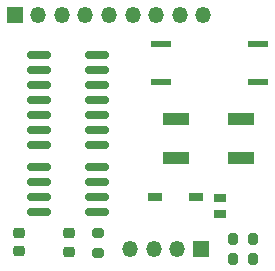
<source format=gbr>
%TF.GenerationSoftware,KiCad,Pcbnew,7.0.1-3b83917a11~172~ubuntu22.04.1*%
%TF.CreationDate,2023-03-19T17:12:07-07:00*%
%TF.ProjectId,CAN_Controller,43414e5f-436f-46e7-9472-6f6c6c65722e,rev?*%
%TF.SameCoordinates,Original*%
%TF.FileFunction,Soldermask,Bot*%
%TF.FilePolarity,Negative*%
%FSLAX46Y46*%
G04 Gerber Fmt 4.6, Leading zero omitted, Abs format (unit mm)*
G04 Created by KiCad (PCBNEW 7.0.1-3b83917a11~172~ubuntu22.04.1) date 2023-03-19 17:12:07*
%MOMM*%
%LPD*%
G01*
G04 APERTURE LIST*
G04 Aperture macros list*
%AMRoundRect*
0 Rectangle with rounded corners*
0 $1 Rounding radius*
0 $2 $3 $4 $5 $6 $7 $8 $9 X,Y pos of 4 corners*
0 Add a 4 corners polygon primitive as box body*
4,1,4,$2,$3,$4,$5,$6,$7,$8,$9,$2,$3,0*
0 Add four circle primitives for the rounded corners*
1,1,$1+$1,$2,$3*
1,1,$1+$1,$4,$5*
1,1,$1+$1,$6,$7*
1,1,$1+$1,$8,$9*
0 Add four rect primitives between the rounded corners*
20,1,$1+$1,$2,$3,$4,$5,0*
20,1,$1+$1,$4,$5,$6,$7,0*
20,1,$1+$1,$6,$7,$8,$9,0*
20,1,$1+$1,$8,$9,$2,$3,0*%
G04 Aperture macros list end*
%ADD10R,1.350000X1.350000*%
%ADD11O,1.350000X1.350000*%
%ADD12R,2.200000X1.100000*%
%ADD13R,1.820000X0.620000*%
%ADD14RoundRect,0.200000X0.275000X-0.200000X0.275000X0.200000X-0.275000X0.200000X-0.275000X-0.200000X0*%
%ADD15RoundRect,0.150000X-0.825000X-0.150000X0.825000X-0.150000X0.825000X0.150000X-0.825000X0.150000X0*%
%ADD16RoundRect,0.200000X-0.200000X-0.275000X0.200000X-0.275000X0.200000X0.275000X-0.200000X0.275000X0*%
%ADD17RoundRect,0.225000X-0.250000X0.225000X-0.250000X-0.225000X0.250000X-0.225000X0.250000X0.225000X0*%
%ADD18R,0.990000X0.780000*%
%ADD19R,1.200000X0.750000*%
G04 APERTURE END LIST*
D10*
%TO.C,J1*%
X138584000Y-95729000D03*
D11*
X136584000Y-95729000D03*
X134584000Y-95729000D03*
X132584000Y-95729000D03*
%TD*%
D10*
%TO.C,J5*%
X122794000Y-75879000D03*
D11*
X124794000Y-75879000D03*
X126794000Y-75879000D03*
X128794000Y-75879000D03*
X130794000Y-75879000D03*
X132794000Y-75879000D03*
X134794000Y-75879000D03*
X136794000Y-75879000D03*
X138794000Y-75879000D03*
%TD*%
D12*
%TO.C,C3*%
X136499000Y-84679000D03*
X136499000Y-87979000D03*
%TD*%
D13*
%TO.C,C7*%
X143369000Y-81579000D03*
X143369000Y-78379000D03*
%TD*%
D12*
%TO.C,C4*%
X141969000Y-84679000D03*
X141969000Y-87979000D03*
%TD*%
D14*
%TO.C,R1*%
X129850000Y-96050000D03*
X129850000Y-94400000D03*
%TD*%
D15*
%TO.C,U3*%
X124844000Y-92624000D03*
X124844000Y-91354000D03*
X124844000Y-90084000D03*
X124844000Y-88814000D03*
X129794000Y-88814000D03*
X129794000Y-90084000D03*
X129794000Y-91354000D03*
X129794000Y-92624000D03*
%TD*%
D16*
%TO.C,R3*%
X141319836Y-96565000D03*
X142969836Y-96565000D03*
%TD*%
D17*
%TO.C,C2*%
X127369000Y-94404000D03*
X127369000Y-95954000D03*
%TD*%
D13*
%TO.C,C6*%
X135169000Y-81579000D03*
X135169000Y-78379000D03*
%TD*%
D18*
%TO.C,C5*%
X140219000Y-92779000D03*
X140219000Y-91379000D03*
%TD*%
D16*
%TO.C,R2*%
X141315000Y-94870000D03*
X142965000Y-94870000D03*
%TD*%
D19*
%TO.C,D2*%
X138119000Y-91354000D03*
X134719000Y-91354000D03*
%TD*%
D17*
%TO.C,C1*%
X123169000Y-94379000D03*
X123169000Y-95929000D03*
%TD*%
D15*
%TO.C,U1*%
X124844000Y-86909000D03*
X124844000Y-85639000D03*
X124844000Y-84369000D03*
X124844000Y-83099000D03*
X124844000Y-81829000D03*
X124844000Y-80559000D03*
X124844000Y-79289000D03*
X129794000Y-79289000D03*
X129794000Y-80559000D03*
X129794000Y-81829000D03*
X129794000Y-83099000D03*
X129794000Y-84369000D03*
X129794000Y-85639000D03*
X129794000Y-86909000D03*
%TD*%
M02*

</source>
